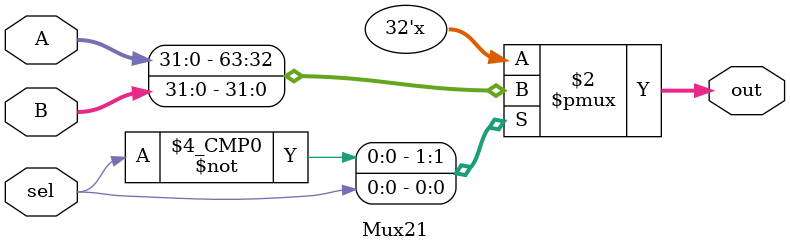
<source format=v>
module Mux21(A, B, sel, out);

input [31:0]A, B;
input sel;
output reg [31:0]out;

always @ (*)
begin 
case (sel)
1'b0: out = A;
1'b1: out = B;
endcase
end
endmodule

</source>
